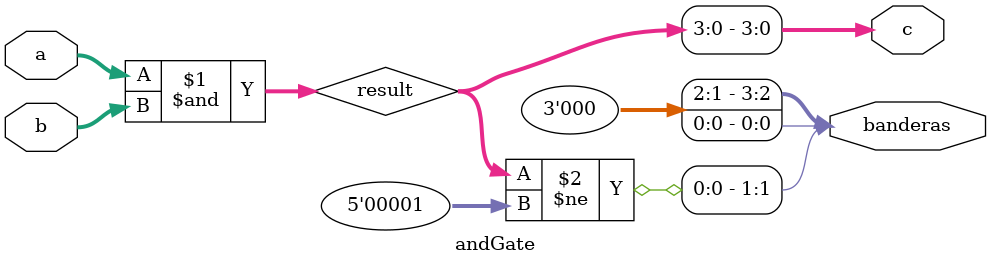
<source format=sv>
module andGate #(parameter n = 4) ( input [n-1:0] a, b, output [n-1:0] c, output [3:0] banderas);

	logic [n:0] result;
	
	assign result = a & b;
	
	assign banderas[0] = 0; //Negativo
	assign banderas [2] = 0; // Acarreo
	assign banderas[3] = 0;	// Desbordamiento
	assign banderas[1] = result != 1;
	
	assign c = result;
	

endmodule
</source>
